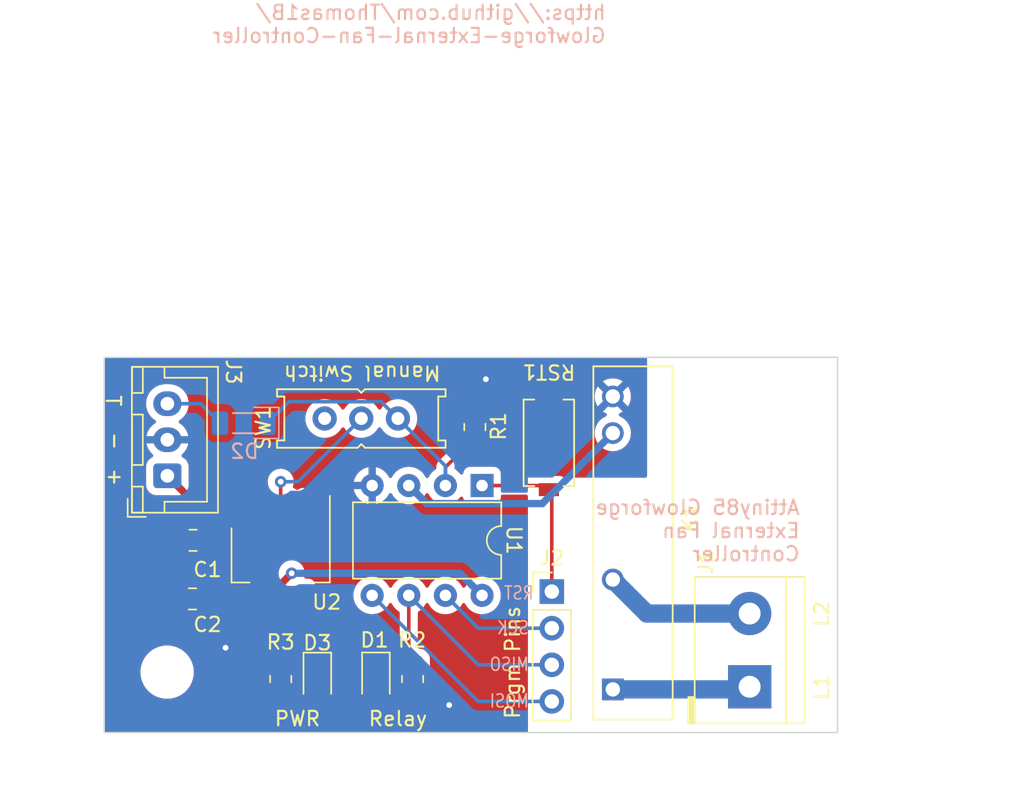
<source format=kicad_pcb>
(kicad_pcb (version 20221018) (generator pcbnew)
  (layers (0 "F.Cu" signal) (31 "B.Cu" signal) (34 "B.Paste" user) (35 "F.Paste" user) (36 "B.SilkS" user "B.Silkscreen") (37 "F.SilkS" user "F.Silkscreen") (38 "B.Mask" user) (39 "F.Mask" user) (44 "Edge.Cuts" user))
  (net 0 "")
  (net 1 "/MOSI")
  (net 2 "GND")
  (net 3 "/Vcc")
  (net 4 "Net-(K1-Signal+)")
  (net 5 "/Reset")
  (net 6 "Net-(D1-A)")
  (net 7 "/SCK")
  (net 8 "Net-(D2-A)")
  (net 9 "/Vin")
  (net 10 "/MISO")
  (net 11 "Net-(J1-Pin_1)")
  (net 12 "Net-(J1-Pin_2)")
  (net 13 "/trigger")
  (net 14 "Net-(D3-A)")
  (footprint "LED_SMD:LED_0805_2012Metric_Pad1.15x1.40mm_HandSolder" (layer "F.Cu") (at 121.412 100.076 -90)
    (fp_text reference "D3" (at -2.54 0) (layer "F.SilkS"))
    (fp_text value "Red LED")
    (fp_line (start -1.86 -0.96) (end -1.86 0.96) (stroke (width 0.12)) (layer "F.SilkS"))
    (fp_line (start -1.86 0.96) (end 1 0.96) (stroke (width 0.12)) (layer "F.SilkS"))
    (fp_line (start 1 -0.96) (end -1.86 -0.96) (stroke (width 0.12)) (layer "F.SilkS"))
    (pad "1" smd roundrect (at -1.025 0 270) (size 1.15 1.4) (layers "F.Cu" "F.Paste" "F.Mask") (roundrect_rratio 0.217391) (net 2 "GND"))
    (pad "2" smd roundrect (at 1.025 0 270) (size 1.15 1.4) (layers "F.Cu" "F.Paste" "F.Mask") (roundrect_rratio 0.217391) (net 14 "Net-(D3-A)"))
  )
  (footprint "Capacitor_SMD:C_0805_2012Metric_Pad1.18x1.45mm_HandSolder" (layer "F.Cu") (at 112.7545 94.488)
    (fp_text reference "C2" (at 1.0375 1.778) (layer "F.SilkS"))
    (fp_text value "22uF")
    (fp_line (start -0.261252 -0.735) (end 0.261252 -0.735) (stroke (width 0.12)) (layer "F.SilkS"))
    (fp_line (start -0.261252 0.735) (end 0.261252 0.735) (stroke (width 0.12)) (layer "F.SilkS"))
    (pad "1" smd roundrect (at -1.0375 0) (size 1.175 1.45) (layers "F.Cu" "F.Paste" "F.Mask") (roundrect_rratio 0.212766) (net 2 "GND"))
    (pad "2" smd roundrect (at 1.0375 0) (size 1.175 1.45) (layers "F.Cu" "F.Paste" "F.Mask") (roundrect_rratio 0.212766) (net 3 "/Vcc"))
  )
  (footprint "Resistor_SMD:R_0805_2012Metric_Pad1.20x1.40mm_HandSolder" (layer "F.Cu") (at 118.872 100.0445 -90)
    (fp_text reference "R3" (at -2.556 0 -180) (layer "F.SilkS"))
    (fp_text value "2K")
    (fp_line (start -0.227064 -0.735) (end 0.227064 -0.735) (stroke (width 0.12)) (layer "F.SilkS"))
    (fp_line (start -0.227064 0.735) (end 0.227064 0.735) (stroke (width 0.12)) (layer "F.SilkS"))
    (pad "1" smd roundrect (at -1 0 270) (size 1.2 1.4) (layers "F.Cu" "F.Paste" "F.Mask") (roundrect_rratio 0.208333) (net 3 "/Vcc"))
    (pad "2" smd roundrect (at 1 0 270) (size 1.2 1.4) (layers "F.Cu" "F.Paste" "F.Mask") (roundrect_rratio 0.208333) (net 14 "Net-(D3-A)"))
  )
  (footprint "Connector_PinHeader_2.54mm:PinHeader_1x04_P2.54mm_Vertical" (layer "F.Cu") (at 137.668 93.98)
    (fp_text reference "J2" (at 0 -2.33) (layer "F.SilkS"))
    (fp_text value "Conn_01x04")
    (fp_line (start -1.33 -1.33) (end 0 -1.33) (stroke (width 0.12)) (layer "F.SilkS"))
    (fp_line (start -1.33 0) (end -1.33 -1.33) (stroke (width 0.12)) (layer "F.SilkS"))
    (fp_line (start -1.33 1.27) (end -1.33 8.95) (stroke (width 0.12)) (layer "F.SilkS"))
    (fp_line (start -1.33 1.27) (end 1.33 1.27) (stroke (width 0.12)) (layer "F.SilkS"))
    (fp_line (start -1.33 8.95) (end 1.33 8.95) (stroke (width 0.12)) (layer "F.SilkS"))
    (fp_line (start 1.33 1.27) (end 1.33 8.95) (stroke (width 0.12)) (layer "F.SilkS"))
    (pad "1" thru_hole rect (at 0 0) (size 1.7 1.7) (drill 1) (layers "*.Cu" "*.Mask") (net 5 "/Reset"))
    (pad "2" thru_hole oval (at 0 2.54) (size 1.7 1.7) (drill 1) (layers "*.Cu" "*.Mask") (net 7 "/SCK"))
    (pad "3" thru_hole oval (at 0 5.08) (size 1.7 1.7) (drill 1) (layers "*.Cu" "*.Mask") (net 10 "/MISO"))
    (pad "4" thru_hole oval (at 0 7.62) (size 1.7 1.7) (drill 1) (layers "*.Cu" "*.Mask") (net 1 "/MOSI"))
  )
  (footprint "MountingHole:MountingHole_3.2mm_M3" (layer "F.Cu") (at 152.908 81.788 180)
    (fp_text reference "H1" hide)
    (fp_text value "MountingHole")
    (pad "" np_thru_hole circle (at 0 0 180) (size 3.2 3.2) (drill 3.2) (layers "*.Cu" "*.Mask"))
  )
  (footprint "Package_DIP:DIP-8_W7.62mm" (layer "F.Cu") (at 132.832 86.624 -90)
    (fp_text reference "U1" (at 3.790459 -2.214281 -90 unlocked) (layer "F.SilkS"))
    (fp_text value "attiny85")
    (fp_line (start 1.16 -1.33) (end 1.16 8.95) (stroke (width 0.12)) (layer "F.SilkS"))
    (fp_line (start 1.16 8.95) (end 6.46 8.95) (stroke (width 0.12)) (layer "F.SilkS"))
    (fp_line (start 2.81 -1.33) (end 1.16 -1.33) (stroke (width 0.12)) (layer "F.SilkS"))
    (fp_line (start 6.46 -1.33) (end 4.81 -1.33) (stroke (width 0.12)) (layer "F.SilkS"))
    (fp_line (start 6.46 8.95) (end 6.46 -1.33) (stroke (width 0.12)) (layer "F.SilkS"))
    (fp_arc (start 4.81 -1.33) (mid 3.81 -0.33) (end 2.81 -1.33) (stroke (width 0.12)) (layer "F.SilkS"))
    (pad "1" thru_hole rect (at 0 0 270) (size 1.6 1.6) (drill 0.8) (layers "*.Cu" "*.Mask") (net 5 "/Reset"))
    (pad "2" thru_hole oval (at 0 2.54 270) (size 1.6 1.6) (drill 0.8) (layers "*.Cu" "*.Mask") (net 13 "/trigger"))
    (pad "3" thru_hole oval (at 0 5.08 270) (size 1.6 1.6) (drill 0.8) (layers "*.Cu" "*.Mask") (net 4 "Net-(K1-Signal+)"))
    (pad "4" thru_hole oval (at 0 7.62 270) (size 1.6 1.6) (drill 0.8) (layers "*.Cu" "*.Mask") (net 2 "GND"))
    (pad "5" thru_hole oval (at 7.62 7.62 270) (size 1.6 1.6) (drill 0.8) (layers "*.Cu" "*.Mask") (net 1 "/MOSI"))
    (pad "6" thru_hole oval (at 7.62 5.08 270) (size 1.6 1.6) (drill 0.8) (layers "*.Cu" "*.Mask") (net 10 "/MISO"))
    (pad "7" thru_hole oval (at 7.62 2.54 270) (size 1.6 1.6) (drill 0.8) (layers "*.Cu" "*.Mask") (net 7 "/SCK"))
    (pad "8" thru_hole oval (at 7.62 0 270) (size 1.6 1.6) (drill 0.8) (layers "*.Cu" "*.Mask") (net 3 "/Vcc"))
  )
  (footprint "Capacitor_SMD:C_0805_2012Metric_Pad1.18x1.45mm_HandSolder" (layer "F.Cu") (at 112.7975 90.424)
    (fp_text reference "C1" (at 0.9945 2.032) (layer "F.SilkS"))
    (fp_text value "10uF")
    (fp_line (start -0.261252 -0.735) (end 0.261252 -0.735) (stroke (width 0.12)) (layer "F.SilkS"))
    (fp_line (start -0.261252 0.735) (end 0.261252 0.735) (stroke (width 0.12)) (layer "F.SilkS"))
    (pad "1" smd roundrect (at -1.0375 0) (size 1.175 1.45) (layers "F.Cu" "F.Paste" "F.Mask") (roundrect_rratio 0.212766) (net 2 "GND"))
    (pad "2" smd roundrect (at 1.0375 0) (size 1.175 1.45) (layers "F.Cu" "F.Paste" "F.Mask") (roundrect_rratio 0.212766) (net 9 "/Vin"))
  )
  (footprint "Connector_JST:JST_XH_B3B-XH-A_1x03_P2.50mm_Vertical" (layer "F.Cu") (at 111.014578 85.947114 90)
    (fp_text reference "J3" (at 7.207114 4.578015 270 unlocked) (layer "F.SilkS"))
    (fp_text value "Conn_01x03")
    (fp_line (start -2.85 -2.75) (end -2.85 -1.5) (stroke (width 0.12)) (layer "F.SilkS"))
    (fp_line (start -2.56 -2.46) (end -2.56 3.51) (stroke (width 0.12)) (layer "F.SilkS"))
    (fp_line (start -2.56 3.51) (end 7.56 3.51) (stroke (width 0.12)) (layer "F.SilkS"))
    (fp_line (start -2.55 -2.45) (end -2.55 -1.7) (stroke (width 0.12)) (layer "F.SilkS"))
    (fp_line (start -2.55 -1.7) (end -0.75 -1.7) (stroke (width 0.12)) (layer "F.SilkS"))
    (fp_line (start -2.55 -0.2) (end -1.8 -0.2) (stroke (width 0.12)) (layer "F.SilkS"))
    (fp_line (start -1.8 -0.2) (end -1.8 2.75) (stroke (width 0.12)) (layer "F.SilkS"))
    (fp_line (start -1.8 2.75) (end 2.5 2.75) (stroke (width 0.12)) (layer "F.SilkS"))
    (fp_line (start -1.6 -2.75) (end -2.85 -2.75) (stroke (width 0.12)) (layer "F.SilkS"))
    (fp_line (start -0.75 -2.45) (end -2.55 -2.45) (stroke (width 0.12)) (layer "F.SilkS"))
    (fp_line (start -0.75 -1.7) (end -0.75 -2.45) (stroke (width 0.12)) (layer "F.SilkS"))
    (fp_line (start 0.75 -2.45) (end 0.75 -1.7) (stroke (width 0.12)) (layer "F.SilkS"))
    (fp_line (start 0.75 -1.7) (end 4.25 -1.7) (stroke (width 0.12)) (layer "F.SilkS"))
    (fp_line (start 4.25 -2.45) (end 0.75 -2.45) (stroke (width 0.12)) (layer "F.SilkS"))
    (fp_line (start 4.25 -1.7) (end 4.25 -2.45) (stroke (width 0.12)) (layer "F.SilkS"))
    (fp_line (start 5.75 -2.45) (end 5.75 -1.7) (stroke (width 0.12)) (layer "F.SilkS"))
    (fp_line (start 5.75 -1.7) (end 7.55 -1.7) (stroke (width 0.12)) (layer "F.SilkS"))
    (fp_line (start 6.8 -0.2) (end 6.8 2.75) (stroke (width 0.12)) (layer "F.SilkS"))
    (fp_line (start 6.8 2.75) (end 2.5 2.75) (stroke (width 0.12)) (layer "F.SilkS"))
    (fp_line (start 7.55 -2.45) (end 5.75 -2.45) (stroke (width 0.12)) (layer "F.SilkS"))
    (fp_line (start 7.55 -1.7) (end 7.55 -2.45) (stroke (width 0.12)) (layer "F.SilkS"))
    (fp_line (start 7.55 -0.2) (end 6.8 -0.2) (stroke (width 0.12)) (layer "F.SilkS"))
    (fp_line (start 7.56 -2.46) (end -2.56 -2.46) (stroke (width 0.12)) (layer "F.SilkS"))
    (fp_line (start 7.56 3.51) (end 7.56 -2.46) (stroke (width 0.12)) (layer "F.SilkS"))
    (pad "1" thru_hole roundrect (at 0 0 90) (size 1.7 1.95) (drill 0.95) (layers "*.Cu" "*.Mask") (roundrect_rratio 0.147059) (net 9 "/Vin"))
    (pad "2" thru_hole oval (at 2.5 0 90) (size 1.7 1.95) (drill 0.95) (layers "*.Cu" "*.Mask") (net 2 "GND"))
    (pad "3" thru_hole oval (at 5 0 90) (size 1.7 1.95) (drill 0.95) (layers "*.Cu" "*.Mask") (net 8 "Net-(D2-A)"))
  )
  (footprint "Package_TO_SOT_SMD:SOT-223-3_TabPin2" (layer "F.Cu") (at 118.872 91.44 -90)
    (fp_text reference "U2" (at 3.272898 -3.189229 -180) (layer "F.SilkS"))
    (fp_text value "AMS1117-5.0")
    (fp_line (start -4.1 -3.41) (end 1.91 -3.41) (stroke (width 0.12)) (layer "F.SilkS"))
    (fp_line (start -1.85 3.41) (end 1.91 3.41) (stroke (width 0.12)) (layer "F.SilkS"))
    (fp_line (start 1.91 -3.41) (end 1.91 -2.15) (stroke (width 0.12)) (layer "F.SilkS"))
    (fp_line (start 1.91 3.41) (end 1.91 2.15) (stroke (width 0.12)) (layer "F.SilkS"))
    (pad "1" smd rect (at -3.15 -2.3 270) (size 2 1.5) (layers "F.Cu" "F.Paste" "F.Mask") (net 2 "GND"))
    (pad "2" smd rect (at -3.15 0 270) (size 2 1.5) (layers "F.Cu" "F.Paste" "F.Mask") (net 3 "/Vcc"))
    (pad "2" smd rect (at 3.15 0 270) (size 2 3.8) (layers "F.Cu" "F.Paste" "F.Mask") (net 3 "/Vcc"))
    (pad "3" smd rect (at -3.15 2.3 270) (size 2 1.5) (layers "F.Cu" "F.Paste" "F.Mask") (net 9 "/Vin"))
  )
  (footprint "LED_SMD:LED_0805_2012Metric_Pad1.15x1.40mm_HandSolder" (layer "F.Cu") (at 125.476 100.067 -90)
    (fp_text reference "D1" (at -2.723702 0.100584) (layer "F.SilkS"))
    (fp_text value "Green LED")
    (fp_line (start -1.86 -0.96) (end -1.86 0.96) (stroke (width 0.12)) (layer "F.SilkS"))
    (fp_line (start -1.86 0.96) (end 1 0.96) (stroke (width 0.12)) (layer "F.SilkS"))
    (fp_line (start 1 -0.96) (end -1.86 -0.96) (stroke (width 0.12)) (layer "F.SilkS"))
    (pad "1" smd roundrect (at -1.025 0 270) (size 1.15 1.4) (layers "F.Cu" "F.Paste" "F.Mask") (roundrect_rratio 0.217391) (net 2 "GND"))
    (pad "2" smd roundrect (at 1.025 0 270) (size 1.15 1.4) (layers "F.Cu" "F.Paste" "F.Mask") (roundrect_rratio 0.217391) (net 6 "Net-(D1-A)"))
  )
  (footprint "MountingHole:MountingHole_3.2mm_M3" (layer "F.Cu") (at 110.998 99.568 180)
    (fp_text reference "H2" hide)
    (fp_text value "MountingHole")
    (pad "" np_thru_hole circle (at 0 0 180) (size 3.2 3.2) (drill 3.2) (layers "*.Cu" "*.Mask"))
  )
  (footprint "Resistor_SMD:R_0805_2012Metric_Pad1.20x1.40mm_HandSolder" (layer "F.Cu") (at 128.016 100.0445 -90)
    (fp_text reference "R2" (at -2.698702 0.039136) (layer "F.SilkS"))
    (fp_text value "2K")
    (fp_line (start -0.227064 -0.735) (end 0.227064 -0.735) (stroke (width 0.12)) (layer "F.SilkS"))
    (fp_line (start -0.227064 0.735) (end 0.227064 0.735) (stroke (width 0.12)) (layer "F.SilkS"))
    (pad "1" smd roundrect (at -1 0 270) (size 1.2 1.4) (layers "F.Cu" "F.Paste" "F.Mask") (roundrect_rratio 0.208333) (net 10 "/MISO"))
    (pad "2" smd roundrect (at 1 0 270) (size 1.2 1.4) (layers "F.Cu" "F.Paste" "F.Mask") (roundrect_rratio 0.208333) (net 6 "Net-(D1-A)"))
  )
  (footprint "000_Thomas_Footprints:SW_PTS636_SM43J_SMTR_LFS" (layer "F.Cu") (at 137.464824 83.659264 -90)
    (fp_text reference "RST1" (at -4.919264 0 -180 unlocked) (layer "F.SilkS"))
    (fp_text value "SW_Push")
    (fp_line (start -3 -1.75) (end 3 -1.75) (stroke (width 0.127)) (layer "F.SilkS"))
    (fp_line (start -3 -1.0135) (end -3 -1.75) (stroke (width 0.127)) (layer "F.SilkS"))
    (fp_line (start -3 1.75) (end -3 1.0135) (stroke (width 0.127)) (layer "F.SilkS"))
    (fp_line (start 3 -1.75) (end 3 -1.0135) (stroke (width 0.127)) (layer "F.SilkS"))
    (fp_line (start 3 1.0135) (end 3 1.75) (stroke (width 0.127)) (layer "F.SilkS"))
    (fp_line (start 3 1.75) (end -3 1.75) (stroke (width 0.127)) (layer "F.SilkS"))
    (pad "1" smd rect (at -3.25 0 270) (size 0.9 1.4) (layers "F.Cu" "F.Paste" "F.Mask") (net 2 "GND"))
    (pad "2" smd rect (at 3.25 0 270) (size 0.9 1.4) (layers "F.Cu" "F.Paste" "F.Mask") (net 5 "/Reset"))
  )
  (footprint "Resistor_SMD:R_0805_2012Metric_Pad1.20x1.40mm_HandSolder" (layer "F.Cu") (at 132.334 82.566 -90)
    (fp_text reference "R1" (at -0.044667 -1.638352 -90) (layer "F.SilkS"))
    (fp_text value "10K")
    (fp_line (start -0.227064 -0.735) (end 0.227064 -0.735) (stroke (width 0.12)) (layer "F.SilkS"))
    (fp_line (start -0.227064 0.735) (end 0.227064 0.735) (stroke (width 0.12)) (layer "F.SilkS"))
    (pad "1" smd roundrect (at -1 0 270) (size 1.2 1.4) (layers "F.Cu" "F.Paste" "F.Mask") (roundrect_rratio 0.208333) (net 2 "GND"))
    (pad "2" smd roundrect (at 1 0 270) (size 1.2 1.4) (layers "F.Cu" "F.Paste" "F.Mask") (roundrect_rratio 0.208333) (net 13 "/trigger"))
  )
  (footprint "000_Thomas_Footprints:G3MB-202PDC5 Relay" (layer "F.Cu") (at 145.0285 90.913048 -90)
    (fp_text reference "K1" (at -2.013048 -2.222 90) (layer "F.SilkS"))
    (fp_text value "G3MB-202PDC5 Relay")
    (fp_line (start -12.558 -1.02) (end -12.558 4.48) (stroke (width 0.127)) (layer "F.SilkS"))
    (fp_line (start -12.558 4.48) (end 11.942 4.48) (stroke (width 0.127)) (layer "F.SilkS"))
    (fp_line (start 11.942 -1.02) (end -12.558 -1.02) (stroke (width 0.127)) (layer "F.SilkS"))
    (fp_line (start 11.942 4.48) (end 11.942 -1.02) (stroke (width 0.127)) (layer "F.SilkS"))
    (pad "1" thru_hole rect (at 9.852 3.13 90) (size 1.508 1.508) (drill 1) (layers "*.Cu" "*.Mask") (net 11 "Net-(J1-Pin_1)"))
    (pad "2" thru_hole circle (at 2.232 3.13 90) (size 1.508 1.508) (drill 1) (layers "*.Cu" "*.Mask") (net 12 "Net-(J1-Pin_2)"))
    (pad "3" thru_hole circle (at -7.928 3.13 90) (size 1.508 1.508) (drill 1) (layers "*.Cu" "*.Mask") (net 4 "Net-(K1-Signal+)"))
    (pad "4" thru_hole circle (at -10.468 3.13 90) (size 1.508 1.508) (drill 1) (layers "*.Cu" "*.Mask") (net 2 "GND"))
  )
  (footprint "000_Thomas_Footprints:myTerminalBlock-2_P5.08mm" (layer "F.Cu") (at 150.384 98.294 90)
    (fp_text reference "J1" (at 6.346 -2.048 90 unlocked) (layer "F.SilkS"))
    (fp_text value "Fan_connector")
    (fp_line (start -4.83 -2.81) (end -4.83 4.81) (stroke (width 0.12)) (layer "F.SilkS"))
    (fp_line (start -4.83 4.81) (end 5.33 4.81) (stroke (width 0.12)) (layer "F.SilkS"))
    (fp_line (start 5.33 -2.81) (end -4.83 -2.81) (stroke (width 0.12)) (layer "F.SilkS"))
    (fp_line (start 5.33 3.54) (end -4.83 3.54) (stroke (width 0.12)) (layer "F.SilkS"))
    (fp_line (start 5.33 4.81) (end 5.33 -2.81) (stroke (width 0.12)) (layer "F.SilkS"))
    (fp_rect (start -4.83 -3.25) (end -3 -2.81) (stroke (width 0.12)) (fill solid) (layer "F.SilkS"))
    (pad "1" thru_hole rect (at -2.29 1 90) (size 3 3) (drill 1.52) (layers "*.Cu" "*.Mask") (net 11 "Net-(J1-Pin_1)"))
    (pad "2" thru_hole circle (at 2.79 1 90) (size 3 3) (drill 1.52) (layers "*.Cu" "*.Mask") (net 12 "Net-(J1-Pin_2)"))
  )
  (footprint "000_Thomas_Footprints:EG1218 Slide Switch" (layer "F.Cu") (at 124.46 81.971572 180)
    (fp_text reference "SW1" (at 6.800893 -0.649601 90 unlocked) (layer "F.SilkS"))
    (fp_text value "SW_SPDT")
    (fp_line (start -5.842 -2.032) (end -0.254 -2.032) (stroke (width 0.127)) (layer "F.SilkS"))
    (fp_line (start -5.842 -1.524) (end -5.842 -2.032) (stroke (width 0.127)) (layer "F.SilkS"))
    (fp_line (start -5.842 1.524) (end -5.334 1.524) (stroke (width 0.127)) (layer "F.SilkS"))
    (fp_line (start -5.842 2.032) (end -5.842 1.524) (stroke (width 0.127)) (layer "F.SilkS"))
    (fp_line (start -5.334 -1.524) (end -5.842 -1.524) (stroke (width 0.127)) (layer "F.SilkS"))
    (fp_line (start -5.334 1.524) (end -5.334 -1.524) (stroke (width 0.127)) (layer "F.SilkS"))
    (fp_line (start -0.254 -2.032) (end 0 -1.778) (stroke (width 0.127)) (layer "F.SilkS"))
    (fp_line (start -0.254 2.032) (end -5.842 2.032) (stroke (width 0.127)) (layer "F.SilkS"))
    (fp_line (start 0 -1.778) (end 0.254 -2.032) (stroke (width 0.127)) (layer "F.SilkS"))
    (fp_line (start 0 1.778) (end -0.254 2.032) (stroke (width 0.127)) (layer "F.SilkS"))
    (fp_line (start 0.254 -2.032) (end 5.842 -2.032) (stroke (width 0.127)) (layer "F.SilkS"))
    (fp_line (start 0.254 2.032) (end 0 1.778) (stroke (width 0.127)) (layer "F.SilkS"))
    (fp_line (start 5.334 -1.524) (end 5.334 1.524) (stroke (width 0.127)) (layer "F.SilkS"))
    (fp_line (start 5.334 1.524) (end 5.842 1.524) (stroke (width 0.127)) (layer "F.SilkS"))
    (fp_line (start 5.842 -2.032) (end 5.842 -1.524) (stroke (width 0.127)) (layer "F.SilkS"))
    (fp_line (start 5.842 -1.524) (end 5.334 -1.524) (stroke (width 0.127)) (layer "F.SilkS"))
    (fp_line (start 5.842 1.524) (end 5.842 2.032) (stroke (width 0.127)) (layer "F.SilkS"))
    (fp_line (start 5.842 2.032) (end 0.254 2.032) (stroke (width 0.127)) (layer "F.SilkS"))
    (pad "1" thru_hole circle (at -2.54 0 180) (size 1.6764 1.6764) (drill 0.9) (layers "*.Cu" "*.Mask") (net 13 "/trigger"))
    (pad "2" thru_hole circle (at 0 0 180) (size 1.6764 1.6764) (drill 0.9) (layers "*.Cu" "*.Mask") (net 3 "/Vcc"))
    (pad "3" thru_hole circle (at 2.54 0 180) (size 1.6764 1.6764) (drill 0.9) (layers "*.Cu" "*.Mask"))
  )
  (footprint "000_Thomas_Footprints:Diode-SOD-80" (layer "B.Cu") (at 116.39 82.091 180)
    (fp_text reference "D2" (at 0.024463 -2.160305) (layer "B.SilkS") (effects (justify mirror)))
    (fp_text value "D")
    (fp_line (start -2.354537 -1.270685) (end -2.354537 0.888315) (stroke (width 0.1)) (layer "B.SilkS"))
    (fp_line (start -2.354537 -1.270685) (end -0.635 -1.27) (stroke (width 0.1)) (layer "B.SilkS"))
    (fp_line (start -2.354537 0.888315) (end -0.635 0.889) (stroke (width 0.1)) (layer "B.SilkS"))
    (fp_line (start -0.67 0.495) (end 0.83 0.495) (stroke (width 0.127)) (layer "B.SilkS"))
    (fp_line (start 0.83 -0.905) (end -0.67 -0.905) (stroke (width 0.127)) (layer "B.SilkS"))
    (pad "1" smd roundrect (at -1.56 -0.205) (size 1.14 1.63) (layers "B.Cu" "B.Paste" "B.Mask") (roundrect_rratio 0.2) (net 13 "/trigger"))
    (pad "2" smd roundrect (at 1.72 -0.205) (size 1.14 1.63) (layers "B.Cu" "B.Paste" "B.Mask") (roundrect_rratio 0.2) (net 8 "Net-(D2-A)"))
  )
  (gr_rect (start 106.634103 77.728598) (end 157.48 103.759) (stroke (width 0.1)) (fill none) (layer "Edge.Cuts"))
  (gr_text "MISO" (at 136.144 99.555314) (layer "B.SilkS") (effects (font (size 0.8984 0.746) (thickness 0.11444)) (justify left bottom mirror)))
  (gr_text "Attiny85 Glowforge\nExternal Fan\nController" (at 154.94 91.948) (layer "B.SilkS") (effects (font (size 1 1)) (justify left bottom mirror)))
  (gr_text "SCK" (at 136.144 97.015314) (layer "B.SilkS") (effects (font (size 0.8984 0.746) (thickness 0.11444)) (justify left bottom mirror)))
  (gr_text "RST" (at 136.469678 94.603846) (layer "B.SilkS") (effects (font (size 0.8984 0.746) (thickness 0.11444)) (justify left bottom mirror)))
  (gr_text "https://github.com/Thomas1B/\nGlowforge-External-Fan-Controller" (at 141.5 56) (layer "B.SilkS") (effects (font (size 1 1)) (justify left bottom mirror)))
  (gr_text "MOSI" (at 136.144 102.095314) (layer "B.SilkS") (effects (font (size 0.8984 0.746) (thickness 0.11444)) (justify left bottom mirror)))
  (gr_text "T" (at 106.68 80.264 270) (layer "F.SilkS") (effects (font (size 1 1)) (justify left bottom)))
  (gr_text "Relay" (at 124.875064 103.385381) (layer "F.SilkS") (effects (font (size 1 1)) (justify left bottom)))
  (gr_text "PWR" (at 118.364 103.385381) (layer "F.SilkS") (effects (font (size 1 1)) (justify left bottom)))
  (gr_text "Prgm Pins" (at 135.536729 102.900575 90) (layer "F.SilkS") (effects (font (size 1 1)) (justify left bottom)))
  (gr_text "Manual Switch" (at 130.048 78.232 180) (layer "F.SilkS") (effects (font (size 1 1)) (justify left bottom)))
  (gr_text "L1" (at 156.972 101.6 90) (layer "F.SilkS") (effects (font (size 1 1)) (justify left bottom)))
  (gr_text "+" (at 107.839033 86.756649 90) (layer "F.SilkS") (effects (font (size 1 1)) (justify left bottom)))
  (gr_text "L2" (at 156.972 96.52 90) (layer "F.SilkS") (effects (font (size 1 1)) (justify left bottom)))
  (gr_text "-" (at 107.839033 84.256649 90) (layer "F.SilkS") (effects (font (size 1 1)) (justify left bottom)))
  (segment (start 132.568 101.6) (end 125.212 94.244) (width 0.25) (layer "B.Cu") (net 1))
  (segment (start 137.668 101.6) (end 132.568 101.6) (width 0.25) (layer "B.Cu") (net 1))
  (via (at 115.050019 97.877365) (size 0.8) (drill 0.4) (layers "F.Cu" "B.Cu") (net 2))
  (via (at 133.096 79.248) (size 0.8) (drill 0.4) (layers "F.Cu" "B.Cu") (net 2))
  (via (at 130.556 101.854) (size 0.8) (drill 0.4) (layers "F.Cu" "B.Cu") (net 2))
  (segment (start 118.872 93.472) (end 119.634 92.71) (width 0.508) (layer "F.Cu") (net 3))
  (segment (start 118.872 94.59) (end 113.894 94.59) (width 0.25) (layer "F.Cu") (net 3))
  (segment (start 118.872 94.59) (end 118.872 93.472) (width 0.508) (layer "F.Cu") (net 3))
  (segment (start 118.872 99.0445) (end 118.872 94.59) (width 0.25) (layer "F.Cu") (net 3))
  (segment (start 113.894 94.59) (end 113.792 94.488) (width 0.25) (layer "F.Cu") (net 3))
  (segment (start 118.872 88.29) (end 118.872 86.36) (width 0.25) (layer "F.Cu") (net 3))
  (via (at 119.634 92.71) (size 0.8) (drill 0.4) (layers "F.Cu" "B.Cu") (net 3))
  (via (at 118.872 86.36) (size 0.8) (drill 0.4) (layers "F.Cu" "B.Cu") (net 3))
  (segment (start 118.872 86.36) (end 120.071572 86.36) (width 0.25) (layer "B.Cu") (net 3))
  (segment (start 131.298 92.71) (end 132.832 94.244) (width 0.508) (layer "B.Cu") (net 3))
  (segment (start 120.071572 86.36) (end 124.46 81.971572) (width 0.25) (layer "B.Cu") (net 3))
  (segment (start 119.634 92.71) (end 131.298 92.71) (width 0.508) (layer "B.Cu") (net 3))
  (segment (start 137.005548 87.878) (end 129.006 87.878) (width 0.508) (layer "B.Cu") (net 4))
  (segment (start 129.006 87.878) (end 127.752 86.624) (width 0.508) (layer "B.Cu") (net 4))
  (segment (start 141.8985 82.985048) (end 137.005548 87.878) (width 0.508) (layer "B.Cu") (net 4))
  (segment (start 137.668 93.98) (end 137.668 87.11244) (width 0.25) (layer "F.Cu") (net 5))
  (segment (start 132.832 86.624) (end 137.17956 86.624) (width 0.25) (layer "F.Cu") (net 5))
  (segment (start 137.668 87.11244) (end 137.464824 86.909264) (width 0.25) (layer "F.Cu") (net 5))
  (segment (start 137.17956 86.624) (end 137.464824 86.909264) (width 0.25) (layer "F.Cu") (net 5))
  (segment (start 125.5235 101.0445) (end 125.476 101.092) (width 0.25) (layer "F.Cu") (net 6))
  (segment (start 128.016 101.0445) (end 125.5235 101.0445) (width 0.25) (layer "F.Cu") (net 6))
  (segment (start 137.668 96.52) (end 132.568 96.52) (width 0.25) (layer "B.Cu") (net 7))
  (segment (start 132.568 96.52) (end 130.292 94.244) (width 0.25) (layer "B.Cu") (net 7))
  (segment (start 114.67 82.296) (end 113.321114 80.947114) (width 0.25) (layer "B.Cu") (net 8))
  (segment (start 113.321114 80.947114) (end 111.014578 80.947114) (width 0.25) (layer "B.Cu") (net 8))
  (segment (start 113.792 90.381) (end 113.835 90.424) (width 0.508) (layer "F.Cu") (net 9))
  (segment (start 116.572 88.29) (end 113.792 88.29) (width 0.508) (layer "F.Cu") (net 9))
  (segment (start 113.792 88.29) (end 113.792 90.381) (width 0.508) (layer "F.Cu") (net 9))
  (segment (start 113.357464 88.29) (end 111.014578 85.947114) (width 0.508) (layer "F.Cu") (net 9))
  (segment (start 113.792 88.29) (end 113.357464 88.29) (width 0.508) (layer "F.Cu") (net 9))
  (segment (start 127.752 98.7805) (end 127.752 94.244) (width 0.25) (layer "F.Cu") (net 10))
  (segment (start 128.016 99.0445) (end 127.752 98.7805) (width 0.25) (layer "F.Cu") (net 10))
  (segment (start 132.568 99.06) (end 127.752 94.244) (width 0.25) (layer "B.Cu") (net 10))
  (segment (start 137.668 99.06) (end 132.568 99.06) (width 0.25) (layer "B.Cu") (net 10))
  (segment (start 151.202952 100.765048) (end 151.384 100.584) (width 1.27) (layer "B.Cu") (net 11))
  (segment (start 141.8985 100.765048) (end 151.202952 100.765048) (width 1.27) (layer "B.Cu") (net 11))
  (segment (start 151.384 95.504) (end 144.257452 95.504) (width 1.27) (layer "B.Cu") (net 12))
  (segment (start 144.257452 95.504) (end 141.8985 93.145048) (width 1.27) (layer "B.Cu") (net 12))
  (segment (start 132.08 83.566) (end 132.334 83.566) (width 0.25) (layer "F.Cu") (net 13))
  (segment (start 130.292 85.354) (end 132.08 83.566) (width 0.25) (layer "F.Cu") (net 13))
  (segment (start 130.292 86.624) (end 130.292 85.354) (width 0.25) (layer "F.Cu") (net 13))
  (segment (start 119.437628 80.808372) (end 125.8368 80.808372) (width 0.25) (layer "B.Cu") (net 13))
  (segment (start 117.95 82.296) (end 119.437628 80.808372) (width 0.25) (layer "B.Cu") (net 13))
  (segment (start 125.8368 80.808372) (end 127 81.971572) (width 0.25) (layer "B.Cu") (net 13))
  (segment (start 130.292 85.263572) (end 127 81.971572) (width 0.25) (layer "B.Cu") (net 13))
  (segment (start 130.292 86.624) (end 130.292 85.263572) (width 0.25) (layer "B.Cu") (net 13))
  (segment (start 118.872 101.0445) (end 121.3555 101.0445) (width 0.25) (layer "F.Cu") (net 14))
  (segment (start 121.3555 101.0445) (end 121.412 101.101) (width 0.25) (layer "F.Cu") (net 14))
  (zone (net 2) (net_name "GND") (layers "F&B.Cu") (connect_pads (clearance 0.5)) (min_thickness 0.25) (fill yes (thermal_gap 0.5) (thermal_bridge_width 0.5))
    (polygon (pts (xy 161.162 107.579) (xy 99.412 107.829) (xy 99.412 59.808) (xy 161.162 60.058)))
  )
  (zone (net 0) (net_name "") (layers "F&B.Cu") (connect_pads (clearance 0)) (min_thickness 0.25)
    (keepout (tracks allowed) (vias allowed) (pads allowed) (copperpour not_allowed) (footprints allowed))
    (fill (thermal_gap 0.5) (thermal_bridge_width 0.5))
    (polygon (pts (xy 136.012 86.07) (xy 160.528 86.106) (xy 160.5 106) (xy 136.012 106.33)))
  )
  (zone (net 0) (net_name "") (layers "F&B.Cu") (connect_pads (clearance 0)) (min_thickness 0.25)
    (keepout (tracks allowed) (vias allowed) (pads allowed) (copperpour not_allowed) (footprints allowed))
    (fill (thermal_gap 0.5) (thermal_bridge_width 0.5))
    (polygon (pts (xy 144.272 90.17) (xy 144.272 71.374) (xy 160.528 71.12) (xy 160.528 90.17)))
  )
)
</source>
